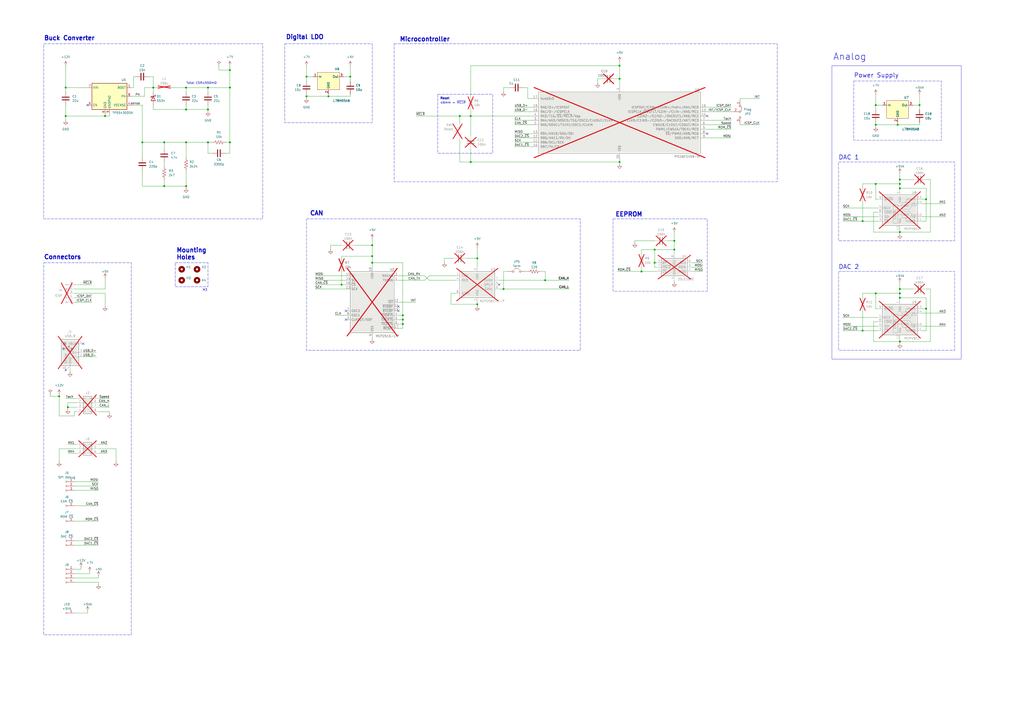
<source format=kicad_sch>
(kicad_sch (version 20250114) (generator "eeschema") (generator_version "9.0")
  (paper "A2")
  (title_block (title "CAN Gauge Interface") (date "2025-10-01") (rev "0.2") (company "Sam Anthony"))
  (rectangle (start 25.4 25.4) (end 152.4 127) (stroke (width 0) (type dash)))
  (rectangle (start 495.3 46.99) (end 546.1 81.28) (stroke (width 0) (type dash)))
  (rectangle (start 355.6 127) (end 410.21 168.91) (stroke (width 0) (type dash)))
  (rectangle (start 101.6 152.3999) (end 120.65 166.3699) (stroke (width 0) (type dash)))
  (rectangle (start 165.1 25.4) (end 215.9 71.12) (stroke (width 0) (type dash)))
  (rectangle (start 254 54.61) (end 285.75 88.9) (stroke (width 0) (type dash)))
  (rectangle (start 486.41 157.48) (end 553.72 203.2) (stroke (width 0) (type dash)))
  (rectangle (start 177.8 127) (end 336.55 203.2) (stroke (width 0) (type dash)))
  (rectangle (start 25.4 152.4) (end 76.2 368.3) (stroke (width 0) (type dash)))
  (rectangle (start 486.41 93.98) (end 553.72 139.7) (stroke (width 0) (type dash)))
  (rectangle (start 228.6 25.4) (end 450.85 105.41) (stroke (width 0) (type dash)))
  (rectangle (start 482.6 38.1) (end 557.53 208.28))
  (text "Connectors" (at 25.4 149.225 0) (effects (font (size 2.54 2.54) (thickness 0.508) (bold yes)) (justify left)))
  (text "Power Supply" (at 495.3 43.815 0) (effects (font (size 2.54 2.54) (thickness 0.254) (bold yes)) (justify left)))
  (text "Buck Converter" (at 25.4 22.225 0) (effects (font (size 2.54 2.54) (thickness 0.508) (bold yes)) (justify left)))
  (text "Total ESR≤550mΩ" (at 107.95 48.26 0) (effects (font (size 1.27 1.27)) (justify left)))
  (text "CAN" (at 179.705 123.825 0) (effects (font (size 2.54 2.54) (thickness 0.508) (bold yes)) (justify left)))
  (text "Reset" (at 255.27 57.15 0) (effects (font (size 1.27 1.27) (thickness 0.254) (bold yes)) (justify left)))
  (text "Mounting\nHoles" (at 102.235 147.3199 0) (effects (font (size 2.54 2.54) (thickness 0.508) (bold yes)) (justify left)))
  (text "M3\n" (at 117.475 168.2749 0) (effects (font (size 1.27 1.27)) (justify left)))
  (text "EEPROM" (at 356.87 124.46 0) (effects (font (size 2.54 2.54) (thickness 0.508) (bold yes)) (justify left)))
  (text "Digital LDO" (at 165.735 21.59 0) (effects (font (size 2.54 2.54) (thickness 0.508) (bold yes)) (justify left)))
  (text "≤6mm ↔ ~{MCLR}" (at 255.27 59.69 0) (effects (font (size 1.27 1.27)) (justify left)))
  (text "DAC 1" (at 486.41 91.44 0) (effects (font (size 2.54 2.54) (thickness 0.254) (bold yes)) (justify left)))
  (text "Microcontroller" (at 231.775 22.86 0) (effects (font (size 2.54 2.54) (thickness 0.508) (bold yes)) (justify left)))
  (text "Analog" (at 483.235 33.02 0) (effects (font (size 3.81 3.81) (thickness 0.254) (bold yes)) (justify left)))
  (text "DAC 2" (at 486.41 154.94 0) (effects (font (size 2.54 2.54) (thickness 0.254) (bold yes)) (justify left)))
  (junction (at 38.1 50.8))
  (junction (at 120.65 50.8))
  (junction (at 39.37 236.22))
  (junction (at 521.97 170.18))
  (junction (at 120.65 63.5))
  (junction (at 521.97 172.72))
  (junction (at 391.16 144.78))
  (junction (at 521.97 104.14))
  (junction (at 233.68 185.42))
  (junction (at 533.4 60.96))
  (junction (at 508 170.18))
  (junction (at 391.16 139.7))
  (junction (at 537.21 115.57))
  (junction (at 60.96 67.31))
  (junction (at 500.38 191.77))
  (junction (at 107.95 82.55))
  (junction (at 34.29 229.87))
  (junction (at 359.41 38.1))
  (junction (at 203.2 44.45))
  (junction (at 107.95 63.5))
  (junction (at 273.05 93.98))
  (junction (at 177.8 55.88))
  (junction (at 233.68 182.88))
  (junction (at 359.41 45.72))
  (junction (at 120.65 82.55))
  (junction (at 266.7 67.31))
  (junction (at 500.38 128.27))
  (junction (at 88.9 50.8))
  (junction (at 521.97 134.62))
  (junction (at 95.25 107.95))
  (junction (at 82.55 82.55))
  (junction (at 38.1 67.31))
  (junction (at 359.41 93.98))
  (junction (at 107.95 107.95))
  (junction (at 215.9 142.24))
  (junction (at 521.97 106.68))
  (junction (at 521.97 198.12))
  (junction (at 537.21 179.07))
  (junction (at 95.25 82.55))
  (junction (at 276.86 176.53))
  (junction (at 133.35 40.64))
  (junction (at 508 60.96))
  (junction (at 215.9 152.4))
  (junction (at 276.86 149.86))
  (junction (at 316.23 162.56))
  (junction (at 379.73 152.4))
  (junction (at 133.35 50.8))
  (junction (at 521.97 167.64))
  (junction (at 372.11 157.48))
  (junction (at 215.9 148.59))
  (junction (at 508 106.68))
  (junction (at 190.5 55.88))
  (junction (at 198.12 165.1))
  (junction (at 508 72.39))
  (junction (at 379.73 144.78))
  (junction (at 133.35 82.55))
  (junction (at 520.7 72.39))
  (junction (at 521.97 109.22))
  (junction (at 177.8 44.45))
  (junction (at 107.95 50.8))
  (junction (at 273.05 67.31))
  (junction (at 233.68 187.96))
  (junction (at 292.1 167.64))
  (no_connect (at 231.14 177.8))
  (no_connect (at 48.26 199.39))
  (no_connect (at 410.21 67.31))
  (no_connect (at 200.66 185.42))
  (no_connect (at 50.8 60.96))
  (no_connect (at 289.56 165.1))
  (no_connect (at 200.66 180.34))
  (no_connect (at 410.21 77.47))
  (no_connect (at 231.14 180.34))
  (no_connect (at 38.1 214.63))
  (wire (pts (xy 231.14 162.56) (xy 246.38 162.56)))
  (wire (pts (xy 203.2 55.88) (xy 203.2 54.61)))
  (wire (pts (xy 215.9 142.24) (xy 215.9 148.59)))
  (wire (pts (xy 506.73 186.69) (xy 509.27 186.69)))
  (wire (pts (xy 292.1 157.48) (xy 294.64 157.48)))
  (wire (pts (xy 44.45 260.35) (xy 34.29 260.35)))
  (wire (pts (xy 48.26 204.47) (xy 55.88 204.47)))
  (wire (pts (xy 233.68 187.96) (xy 233.68 185.42)))
  (wire (pts (xy 506.73 123.19) (xy 509.27 123.19)))
  (wire (pts (xy 231.14 187.96) (xy 233.68 187.96)))
  (wire (pts (xy 289.56 167.64) (xy 292.1 167.64)))
  (wire (pts (xy 273.05 55.88) (xy 273.05 38.1)))
  (wire (pts (xy 266.7 67.31) (xy 266.7 71.12)))
  (wire (pts (xy 521.97 172.72) (xy 521.97 173.99)))
  (wire (pts (xy 215.9 195.58) (xy 215.9 196.85)))
  (wire (pts (xy 60.96 167.64) (xy 60.96 161.29)))
  (wire (pts (xy 266.7 67.31) (xy 273.05 67.31)))
  (wire (pts (xy 381 152.4) (xy 379.73 152.4)))
  (wire (pts (xy 508 71.12) (xy 508 72.39)))
  (wire (pts (xy 38.1 38.1) (xy 38.1 50.8)))
  (wire (pts (xy 262.89 149.86) (xy 257.81 149.86)))
  (wire (pts (xy 508 179.07) (xy 508 170.18)))
  (wire (pts (xy 177.8 55.88) (xy 190.5 55.88)))
  (wire (pts (xy 500.38 191.77) (xy 509.27 191.77)))
  (wire (pts (xy 372.11 144.78) (xy 379.73 144.78)))
  (wire (pts (xy 534.67 128.27) (xy 537.21 128.27)))
  (wire (pts (xy 488.95 184.15) (xy 509.27 184.15)))
  (wire (pts (xy 120.65 50.8) (xy 133.35 50.8)))
  (wire (pts (xy 521.97 196.85) (xy 521.97 198.12)))
  (wire (pts (xy 82.55 91.44) (xy 82.55 82.55)))
  (wire (pts (xy 233.68 185.42) (xy 233.68 182.88)))
  (wire (pts (xy 123.19 82.55) (xy 120.65 82.55)))
  (wire (pts (xy 521.97 198.12) (xy 521.97 199.39)))
  (wire (pts (xy 537.21 172.72) (xy 521.97 172.72)))
  (wire (pts (xy 410.21 64.77) (xy 425.45 64.77)))
  (wire (pts (xy 34.29 241.3) (xy 34.29 229.87)))
  (wire (pts (xy 198.12 165.1) (xy 198.12 157.48)))
  (wire (pts (xy 57.15 260.35) (xy 67.31 260.35)))
  (wire (pts (xy 52.07 332.74) (xy 52.07 331.47)))
  (wire (pts (xy 203.2 46.99) (xy 203.2 44.45)))
  (wire (pts (xy 39.37 236.22) (xy 39.37 237.49)))
  (wire (pts (xy 38.1 50.8) (xy 38.1 53.34)))
  (wire (pts (xy 43.18 293.37) (xy 57.15 293.37)))
  (wire (pts (xy 57.15 233.68) (xy 63.5 233.68)))
  (wire (pts (xy 298.45 82.55) (xy 308.61 82.55)))
  (wire (pts (xy 506.73 134.62) (xy 521.97 134.62)))
  (wire (pts (xy 82.55 60.96) (xy 82.55 82.55)))
  (wire (pts (xy 534.67 181.61) (xy 548.64 181.61)))
  (wire (pts (xy 203.2 44.45) (xy 199.39 44.45)))
  (wire (pts (xy 539.75 134.62) (xy 521.97 134.62)))
  (wire (pts (xy 182.88 165.1) (xy 198.12 165.1)))
  (wire (pts (xy 511.81 60.96) (xy 508 60.96)))
  (wire (pts (xy 43.18 302.26) (xy 57.15 302.26)))
  (wire (pts (xy 429.26 71.12) (xy 429.26 72.39)))
  (wire (pts (xy 95.25 93.98) (xy 95.25 96.52)))
  (wire (pts (xy 509.27 115.57) (xy 508 115.57)))
  (wire (pts (xy 508 72.39) (xy 520.7 72.39)))
  (wire (pts (xy 534.67 118.11) (xy 548.64 118.11)))
  (wire (pts (xy 88.9 63.5) (xy 107.95 63.5)))
  (wire (pts (xy 298.45 69.85) (xy 308.61 69.85)))
  (wire (pts (xy 182.88 160.02) (xy 200.66 160.02)))
  (wire (pts (xy 537.21 109.22) (xy 537.21 115.57)))
  (wire (pts (xy 410.21 62.23) (xy 424.18 62.23)))
  (wire (pts (xy 508 106.68) (xy 521.97 106.68)))
  (wire (pts (xy 410.21 74.93) (xy 424.18 74.93)))
  (wire (pts (xy 508 115.57) (xy 508 106.68)))
  (wire (pts (xy 537.21 172.72) (xy 537.21 179.07)))
  (wire (pts (xy 194.31 182.88) (xy 200.66 182.88)))
  (wire (pts (xy 46.99 330.2) (xy 46.99 328.93)))
  (wire (pts (xy 488.95 189.23) (xy 509.27 189.23)))
  (wire (pts (xy 203.2 38.1) (xy 203.2 44.45)))
  (wire (pts (xy 520.7 72.39) (xy 520.7 71.12)))
  (wire (pts (xy 372.11 147.32) (xy 372.11 144.78)))
  (wire (pts (xy 177.8 54.61) (xy 177.8 55.88)))
  (wire (pts (xy 359.41 45.72) (xy 356.87 45.72)))
  (wire (pts (xy 57.15 236.22) (xy 63.5 236.22)))
  (wire (pts (xy 359.41 49.53) (xy 359.41 45.72)))
  (wire (pts (xy 215.9 148.59) (xy 215.9 152.4)))
  (wire (pts (xy 82.55 107.95) (xy 95.25 107.95)))
  (wire (pts (xy 107.95 82.55) (xy 95.25 82.55)))
  (wire (pts (xy 241.3 67.31) (xy 266.7 67.31)))
  (wire (pts (xy 429.26 58.42) (xy 429.26 57.15)))
  (wire (pts (xy 521.97 167.64) (xy 521.97 170.18)))
  (wire (pts (xy 506.73 134.62) (xy 506.73 123.19)))
  (wire (pts (xy 107.95 82.55) (xy 107.95 91.44)))
  (wire (pts (xy 534.67 189.23) (xy 548.64 189.23)))
  (wire (pts (xy 50.8 355.6) (xy 50.8 354.33)))
  (wire (pts (xy 43.18 165.1) (xy 53.34 165.1)))
  (wire (pts (xy 191.77 142.24) (xy 191.77 144.78)))
  (wire (pts (xy 120.65 82.55) (xy 107.95 82.55)))
  (wire (pts (xy 57.15 238.76) (xy 63.5 238.76)))
  (wire (pts (xy 39.37 236.22) (xy 44.45 236.22)))
  (wire (pts (xy 521.97 163.83) (xy 521.97 167.64)))
  (wire (pts (xy 539.75 167.64) (xy 539.75 198.12)))
  (wire (pts (xy 133.35 50.8) (xy 133.35 82.55)))
  (wire (pts (xy 60.96 170.18) (xy 60.96 177.8)))
  (wire (pts (xy 308.61 57.15) (xy 306.07 57.15)))
  (wire (pts (xy 539.75 104.14) (xy 539.75 134.62)))
  (wire (pts (xy 379.73 154.94) (xy 379.73 152.4)))
  (wire (pts (xy 537.21 109.22) (xy 521.97 109.22)))
  (wire (pts (xy 44.45 233.68) (xy 39.37 233.68)))
  (wire (pts (xy 57.15 337.82) (xy 57.15 339.09)))
  (wire (pts (xy 379.73 144.78) (xy 391.16 144.78)))
  (wire (pts (xy 177.8 55.88) (xy 177.8 57.15)))
  (wire (pts (xy 372.11 157.48) (xy 372.11 154.94)))
  (wire (pts (xy 67.31 260.35) (xy 67.31 267.97)))
  (wire (pts (xy 38.1 67.31) (xy 38.1 69.85)))
  (wire (pts (xy 391.16 139.7) (xy 391.16 144.78)))
  (wire (pts (xy 401.32 157.48) (xy 407.67 157.48)))
  (wire (pts (xy 306.07 50.8) (xy 303.53 50.8)))
  (wire (pts (xy 533.4 54.61) (xy 533.4 60.96)))
  (wire (pts (xy 107.95 50.8) (xy 120.65 50.8)))
  (wire (pts (xy 88.9 44.45) (xy 88.9 50.8)))
  (wire (pts (xy 270.51 149.86) (xy 276.86 149.86)))
  (wire (pts (xy 76.2 60.96) (xy 82.55 60.96)))
  (wire (pts (xy 88.9 60.96) (xy 88.9 63.5)))
  (wire (pts (xy 410.21 80.01) (xy 424.18 80.01)))
  (wire (pts (xy 198.12 149.86) (xy 198.12 148.59)))
  (wire (pts (xy 306.07 57.15) (xy 306.07 50.8)))
  (wire (pts (xy 107.95 63.5) (xy 120.65 63.5)))
  (wire (pts (xy 429.26 57.15) (xy 440.69 57.15)))
  (wire (pts (xy 190.5 55.88) (xy 190.5 54.61)))
  (wire (pts (xy 292.1 50.8) (xy 292.1 53.34)))
  (wire (pts (xy 57.15 262.89) (xy 62.23 262.89)))
  (wire (pts (xy 500.38 106.68) (xy 508 106.68)))
  (wire (pts (xy 99.06 50.8) (xy 107.95 50.8)))
  (wire (pts (xy 44.45 238.76) (xy 43.18 238.76)))
  (wire (pts (xy 107.95 60.96) (xy 107.95 63.5)))
  (wire (pts (xy 88.9 53.34) (xy 88.9 50.8)))
  (wire (pts (xy 257.81 149.86) (xy 257.81 152.4)))
  (wire (pts (xy 316.23 157.48) (xy 316.23 162.56)))
  (wire (pts (xy 39.37 257.81) (xy 44.45 257.81)))
  (wire (pts (xy 120.65 82.55) (xy 120.65 88.9)))
  (wire (pts (xy 43.18 335.28) (xy 57.15 335.28)))
  (wire (pts (xy 298.45 80.01) (xy 308.61 80.01)))
  (wire (pts (xy 107.95 107.95) (xy 107.95 109.22)))
  (wire (pts (xy 63.5 238.76) (xy 63.5 240.03)))
  (wire (pts (xy 133.35 82.55) (xy 133.35 88.9)))
  (wire (pts (xy 233.68 152.4) (xy 233.68 182.88)))
  (wire (pts (xy 298.45 85.09) (xy 308.61 85.09)))
  (wire (pts (xy 95.25 107.95) (xy 107.95 107.95)))
  (wire (pts (xy 43.18 316.23) (xy 57.15 316.23)))
  (wire (pts (xy 127 40.64) (xy 133.35 40.64)))
  (wire (pts (xy 233.68 152.4) (xy 215.9 152.4)))
  (wire (pts (xy 120.65 50.8) (xy 120.65 53.34)))
  (wire (pts (xy 521.97 109.22) (xy 521.97 110.49)))
  (wire (pts (xy 298.45 77.47) (xy 308.61 77.47)))
  (wire (pts (xy 200.66 165.1) (xy 198.12 165.1)))
  (wire (pts (xy 316.23 162.56) (xy 330.2 162.56)))
  (wire (pts (xy 539.75 198.12) (xy 521.97 198.12)))
  (wire (pts (xy 198.12 148.59) (xy 215.9 148.59)))
  (wire (pts (xy 29.21 228.6) (xy 29.21 229.87)))
  (wire (pts (xy 120.65 63.5) (xy 120.65 60.96)))
  (wire (pts (xy 298.45 72.39) (xy 308.61 72.39)))
  (wire (pts (xy 107.95 107.95) (xy 107.95 99.06)))
  (wire (pts (xy 177.8 38.1) (xy 177.8 44.45)))
  (wire (pts (xy 537.21 179.07) (xy 537.21 191.77)))
  (wire (pts (xy 521.97 100.33) (xy 521.97 104.14)))
  (wire (pts (xy 231.14 190.5) (xy 233.68 190.5)))
  (wire (pts (xy 29.21 229.87) (xy 34.29 229.87)))
  (wire (pts (xy 304.8 157.48) (xy 306.07 157.48)))
  (wire (pts (xy 358.14 157.48) (xy 372.11 157.48)))
  (wire (pts (xy 107.95 50.8) (xy 107.95 53.34)))
  (wire (pts (xy 506.73 198.12) (xy 521.97 198.12)))
  (wire (pts (xy 295.91 50.8) (xy 292.1 50.8)))
  (wire (pts (xy 521.97 104.14) (xy 529.59 104.14)))
  (wire (pts (xy 43.18 284.48) (xy 57.15 284.48)))
  (wire (pts (xy 43.18 281.94) (xy 57.15 281.94)))
  (wire (pts (xy 521.97 170.18) (xy 521.97 172.72)))
  (wire (pts (xy 500.38 172.72) (xy 500.38 170.18)))
  (wire (pts (xy 43.18 238.76) (xy 43.18 241.3)))
  (wire (pts (xy 57.15 231.14) (xy 63.5 231.14)))
  (wire (pts (xy 60.96 67.31) (xy 60.96 66.04)))
  (wire (pts (xy 43.18 241.3) (xy 34.29 241.3)))
  (wire (pts (xy 133.35 40.64) (xy 133.35 50.8)))
  (wire (pts (xy 82.55 82.55) (xy 95.25 82.55)))
  (wire (pts (xy 534.67 179.07) (xy 537.21 179.07)))
  (wire (pts (xy 500.38 170.18) (xy 508 170.18)))
  (wire (pts (xy 298.45 64.77) (xy 308.61 64.77)))
  (wire (pts (xy 500.38 128.27) (xy 509.27 128.27)))
  (wire (pts (xy 359.41 38.1) (xy 359.41 45.72)))
  (wire (pts (xy 401.32 154.94) (xy 407.67 154.94)))
  (wire (pts (xy 120.65 63.5) (xy 120.65 64.77)))
  (wire (pts (xy 521.97 106.68) (xy 521.97 109.22)))
  (wire (pts (xy 57.15 257.81) (xy 62.23 257.81)))
  (wire (pts (xy 359.41 93.98) (xy 359.41 95.25)))
  (wire (pts (xy 273.05 93.98) (xy 273.05 86.36)))
  (wire (pts (xy 76.2 50.8) (xy 77.47 50.8)))
  (wire (pts (xy 508 170.18) (xy 521.97 170.18)))
  (wire (pts (xy 276.86 176.53) (xy 276.86 177.8)))
  (wire (pts (xy 248.92 160.02) (xy 246.38 162.56)))
  (wire (pts (xy 273.05 93.98) (xy 266.7 93.98)))
  (wire (pts (xy 38.1 60.96) (xy 38.1 67.31)))
  (wire (pts (xy 43.18 332.74) (xy 52.07 332.74)))
  (wire (pts (xy 57.15 335.28) (xy 57.15 334.01)))
  (wire (pts (xy 39.37 233.68) (xy 39.37 236.22)))
  (wire (pts (xy 500.38 116.84) (xy 500.38 128.27)))
  (wire (pts (xy 346.71 45.72) (xy 349.25 45.72)))
  (wire (pts (xy 391.16 162.56) (xy 391.16 163.83)))
  (wire (pts (xy 34.29 260.35) (xy 34.29 267.97)))
  (wire (pts (xy 38.1 231.14) (xy 44.45 231.14)))
  (wire (pts (xy 231.14 182.88) (xy 233.68 182.88)))
  (wire (pts (xy 130.81 82.55) (xy 133.35 82.55)))
  (wire (pts (xy 391.16 144.78) (xy 391.16 147.32)))
  (wire (pts (xy 379.73 144.78) (xy 379.73 152.4)))
  (wire (pts (xy 266.7 93.98) (xy 266.7 81.28)))
  (wire (pts (xy 88.9 50.8) (xy 91.44 50.8)))
  (wire (pts (xy 521.97 134.62) (xy 521.97 135.89)))
  (wire (pts (xy 43.18 337.82) (xy 57.15 337.82)))
  (wire (pts (xy 508 60.96) (xy 508 63.5)))
  (wire (pts (xy 313.69 157.48) (xy 316.23 157.48)))
  (wire (pts (xy 488.95 191.77) (xy 500.38 191.77)))
  (wire (pts (xy 276.86 175.26) (xy 276.86 176.53)))
  (wire (pts (xy 43.18 313.69) (xy 57.15 313.69)))
  (wire (pts (xy 63.5 66.04) (xy 63.5 67.31)))
  (wire (pts (xy 508 72.39) (xy 508 73.66)))
  (wire (pts (xy 506.73 198.12) (xy 506.73 186.69)))
  (wire (pts (xy 429.26 72.39) (xy 440.69 72.39)))
  (wire (pts (xy 292.1 167.64) (xy 292.1 157.48)))
  (wire (pts (xy 508 54.61) (xy 508 60.96)))
  (wire (pts (xy 182.88 167.64) (xy 200.66 167.64)))
  (wire (pts (xy 43.18 355.6) (xy 50.8 355.6)))
  (wire (pts (xy 133.35 88.9) (xy 130.81 88.9)))
  (wire (pts (xy 387.35 139.7) (xy 391.16 139.7)))
  (wire (pts (xy 410.21 72.39) (xy 424.18 72.39)))
  (wire (pts (xy 391.16 134.62) (xy 391.16 139.7)))
  (wire (pts (xy 537.21 104.14) (xy 539.75 104.14)))
  (wire (pts (xy 273.05 67.31) (xy 308.61 67.31)))
  (wire (pts (xy 198.12 142.24) (xy 191.77 142.24)))
  (wire (pts (xy 261.62 170.18) (xy 264.16 170.18)))
  (wire (pts (xy 215.9 138.43) (xy 215.9 142.24)))
  (wire (pts (xy 273.05 38.1) (xy 359.41 38.1)))
  (wire (pts (xy 521.97 104.14) (xy 521.97 106.68)))
  (wire (pts (xy 43.18 167.64) (xy 60.96 167.64)))
  (wire (pts (xy 534.67 115.57) (xy 537.21 115.57)))
  (wire (pts (xy 289.56 162.56) (xy 316.23 162.56)))
  (wire (pts (xy 359.41 92.71) (xy 359.41 93.98)))
  (wire (pts (xy 95.25 104.14) (xy 95.25 107.95)))
  (wire (pts (xy 77.47 44.45) (xy 78.74 44.45)))
  (wire (pts (xy 77.47 50.8) (xy 77.47 44.45)))
  (wire (pts (xy 133.35 38.1) (xy 133.35 40.64)))
  (wire (pts (xy 83.82 50.8) (xy 88.9 50.8)))
  (wire (pts (xy 533.4 72.39) (xy 533.4 71.12)))
  (wire (pts (xy 76.2 55.88) (xy 83.82 55.88)))
  (wire (pts (xy 82.55 99.06) (xy 82.55 107.95)))
  (wire (pts (xy 43.18 170.18) (xy 60.96 170.18)))
  (wire (pts (xy 177.8 44.45) (xy 177.8 46.99)))
  (wire (pts (xy 120.65 88.9) (xy 123.19 88.9)))
  (wire (pts (xy 215.9 152.4) (xy 215.9 154.94)))
  (wire (pts (xy 401.32 152.4) (xy 407.67 152.4)))
  (wire (pts (xy 190.5 55.88) (xy 203.2 55.88)))
  (wire (pts (xy 48.26 207.01) (xy 55.88 207.01)))
  (wire (pts (xy 410.21 69.85) (xy 424.18 69.85)))
  (wire (pts (xy 261.62 176.53) (xy 261.62 170.18)))
  (wire (pts (xy 34.29 229.87) (xy 34.29 228.6)))
  (wire (pts (xy 63.5 67.31) (xy 60.96 67.31)))
  (wire (pts (xy 43.18 175.26) (xy 53.34 175.26)))
  (wire (pts (xy 181.61 44.45) (xy 177.8 44.45)))
  (wire (pts (xy 381 154.94) (xy 379.73 154.94)))
  (wire (pts (xy 534.67 125.73) (xy 548.64 125.73)))
  (wire (pts (xy 205.74 142.24) (xy 215.9 142.24)))
  (wire (pts (xy 231.14 160.02) (xy 246.38 160.02)))
  (wire (pts (xy 500.38 109.22) (xy 500.38 106.68)))
  (wire (pts (xy 500.38 180.34) (xy 500.38 191.77)))
  (wire (pts (xy 276.86 176.53) (xy 261.62 176.53)))
  (wire (pts (xy 40.64 214.63) (xy 40.64 215.9)))
  (wire (pts (xy 346.71 48.26) (xy 346.71 45.72)))
  (wire (pts (xy 534.67 191.77) (xy 537.21 191.77)))
  (wire (pts (xy 43.18 279.4) (xy 57.15 279.4)))
  (wire (pts (xy 488.95 128.27) (xy 500.38 128.27)))
  (wire (pts (xy 368.3 139.7) (xy 368.3 140.97)))
  (wire (pts (xy 60.96 67.31) (xy 38.1 67.31)))
  (wire (pts (xy 368.3 139.7) (xy 379.73 139.7)))
  (wire (pts (xy 38.1 50.8) (xy 50.8 50.8)))
  (wire (pts (xy 509.27 179.07) (xy 508 179.07)))
  (wire (pts (xy 359.41 35.56) (xy 359.41 38.1)))
  (wire (pts (xy 276.86 143.51) (xy 276.86 149.86)))
  (wire (pts (xy 381 157.48) (xy 372.11 157.48)))
  (wire (pts (xy 83.82 55.88) (xy 83.82 50.8)))
  (wire (pts (xy 233.68 190.5) (xy 233.68 187.96)))
  (wire (pts (xy 537.21 167.64) (xy 539.75 167.64)))
  (wire (pts (xy 521.97 167.64) (xy 529.59 167.64)))
  (wire (pts (xy 488.95 125.73) (xy 509.27 125.73)))
  (wire (pts (xy 292.1 167.64) (xy 330.2 167.64)))
  (wire (pts (xy 231.14 175.26) (xy 241.3 175.26)))
  (wire (pts (xy 39.37 262.89) (xy 44.45 262.89)))
  (wire (pts (xy 231.14 185.42) (xy 233.68 185.42)))
  (wire (pts (xy 521.97 133.35) (xy 521.97 134.62)))
  (wire (pts (xy 298.45 62.23) (xy 308.61 62.23)))
  (wire (pts (xy 248.92 162.56) (xy 264.16 162.56)))
  (wire (pts (xy 488.95 120.65) (xy 509.27 120.65)))
  (wire (pts (xy 182.88 162.56) (xy 200.66 162.56)))
  (wire (pts (xy 533.4 63.5) (xy 533.4 60.96)))
  (wire (pts (xy 248.92 160.02) (xy 264.16 160.02)))
  (wire (pts (xy 246.38 160.02) (xy 248.92 162.56)))
  (wire (pts (xy 43.18 330.2) (xy 46.99 330.2)))
  (wire (pts (xy 273.05 67.31) (xy 273.05 78.74)))
  (wire (pts (xy 537.21 115.57) (xy 537.21 128.27)))
  (wire (pts (xy 273.05 63.5) (xy 273.05 67.31)))
  (wire (pts (xy 43.18 172.72) (xy 53.34 172.72)))
  (wire (pts (xy 127 38.1) (xy 127 40.64)))
  (wire (pts (xy 86.36 44.45) (xy 88.9 44.45)))
  (wire (pts (xy 359.41 93.98) (xy 273.05 93.98)))
  (wire (pts (xy 520.7 72.39) (xy 533.4 72.39)))
  (wire (pts (xy 276.86 149.86) (xy 276.86 154.94)))
  (wire (pts (xy 95.25 82.55) (xy 95.25 86.36)))
  (wire (pts (xy 533.4 60.96) (xy 529.59 60.96)))
  (label "DAC1_~{CS}" (at 488.95 128.27 0))
  (label "MISO" (at 57.15 284.48 180))
  (label "CAN_H" (at 330.2 162.56 180) (effects (font (thickness 0.254) (bold yes))))
  (label "SCK" (at 407.67 152.4 180) (effects (font (thickness 0.1588))))
  (label "Speed" (at 63.5 231.14 180) (effects (font (thickness 0.1588))))
  (label "CLK" (at 298.45 69.85 0))
  (label "MOSI" (at 424.18 80.01 180) (effects (font (thickness 0.1588))))
  (label "ICSP_DAT" (at 424.18 62.23 180))
  (label "CAN_L" (at 63.5 236.22 180))
  (label "ROM_~{CS}" (at 358.14 157.48 0) (effects (font (thickness 0.1588))))
  (label "MOSI" (at 182.88 160.02 0) (effects (font (thickness 0.1588))))
  (label "DAC1_~{CS}" (at 298.45 85.09 0))
  (label "AN3" (at 62.23 262.89 180) (effects (font (thickness 0.1588))))
  (label "Speed" (at 424.18 72.39 180))
  (label "AN1" (at 548.64 118.11 180))
  (label "CAN_~{CS}" (at 298.45 72.39 0))
  (label "CAN_~{CS}" (at 57.15 293.37 180))
  (label "sense" (at 81.28 60.96 180))
  (label "INT" (at 440.69 57.15 180))
  (label "CLK" (at 194.31 182.88 0))
  (label "MISO" (at 407.67 157.48 180) (effects (font (thickness 0.1588))))
  (label "INT" (at 241.3 175.26 180) (effects (font (thickness 0.1588))))
  (label "MOSI" (at 407.67 154.94 180) (effects (font (thickness 0.1588))))
  (label "ICSP_CLK" (at 53.34 175.26 180))
  (label "AN2" (at 62.23 257.81 180) (effects (font (thickness 0.1588))))
  (label "SCK" (at 298.45 82.55 0) (effects (font (thickness 0.1588))))
  (label "Tach" (at 38.1 231.14 0) (effects (font (thickness 0.1588))))
  (label "CAN_~{CS}" (at 182.88 165.1 0) (effects (font (thickness 0.1588))))
  (label "ICSP_CLK" (at 440.69 72.39 180))
  (label "USB_D+" (at 298.45 62.23 0))
  (label "SCK" (at 488.95 184.15 0) (effects (font (thickness 0.1588))))
  (label "ROM_~{CS}" (at 57.15 302.26 180))
  (label "AN1" (at 39.37 257.81 0) (effects (font (thickness 0.1588))))
  (label "DAC2_~{CS}" (at 298.45 80.01 0))
  (label "USB_D-" (at 298.45 64.77 0))
  (label "INT{slash}ICSP_CLK" (at 424.18 64.77 180))
  (label "SCK" (at 57.15 281.94 180))
  (label "AN4" (at 39.37 262.89 0) (effects (font (thickness 0.1588))))
  (label "MOSI" (at 488.95 125.73 0))
  (label "PH" (at 81.28 55.88 180))
  (label "AN4" (at 548.64 189.23 180))
  (label "MISO" (at 182.88 162.56 0) (effects (font (thickness 0.1588))))
  (label "DAC1_~{CS}" (at 57.15 316.23 180))
  (label "MOSI" (at 57.15 279.4 180))
  (label "AN3" (at 548.64 181.61 180))
  (label "DAC2_~{CS}" (at 57.15 313.69 180))
  (label "USB_D-" (at 55.88 207.01 180))
  (label "AN2" (at 548.64 125.73 180))
  (label "USB_D+" (at 55.88 204.47 180))
  (label "SCK" (at 182.88 167.64 0) (effects (font (thickness 0.1588))))
  (label "Tach" (at 424.18 69.85 180))
  (label "ROM_~{CS}" (at 424.18 74.93 180))
  (label "ICSP_DAT" (at 53.34 172.72 180))
  (label "CAN_RX" (at 243.84 160.02 180))
  (label "~{MCLR}" (at 53.34 165.1 180))
  (label "MISO" (at 298.45 77.47 0) (effects (font (thickness 0.1588))))
  (label "~{MCLR}" (at 241.3 67.31 0))
  (label "MOSI" (at 488.95 189.23 0))
  (label "CAN_L" (at 330.2 167.64 180) (effects (font (thickness 0.254) (bold yes))))
  (label "SCK" (at 488.95 120.65 0) (effects (font (thickness 0.1588))))
  (label "DAC2_~{CS}" (at 488.95 191.77 0))
  (label "CAN_TX" (at 243.84 162.56 180))
  (label "CAN_H" (at 63.5 233.68 180) (effects (font (thickness 0.1588))))
  (symbol (lib_id "power:GND") (at 107.95 109.22 0) (unit 1)
    (property "Reference" "#PWR012" (effects (hide yes)))
    (property "Value" "GND" (at 107.95 114.3 0))
    (property "Description" "Power symbol creates a global label with name \"GND\" , ground" (effects (hide yes)))
  )
  (symbol (lib_id "power:GND") (at 215.9 196.85 0) (unit 1)
    (property "Reference" "#PWR028" (effects (hide yes)))
    (property "Value" "GND" (effects (hide yes)))
    (property "Description" "Power symbol creates a global label with name \"GND\" , ground" (effects (hide yes)))
  )
  (symbol (lib_id "Device:C") (at 107.95 57.15 0) (unit 1)
    (property "Reference" "C3" (at 111.125 55.88 0) (effects (justify left)))
    (property "Value" "22u" (at 111.125 58.42 0) (effects (justify left)))
    (property "Footprint" "Capacitor_SMD:C_1206_3216Metric" (effects (hide yes)))
    (property "Description" "Unpolarized capacitor" (effects (hide yes)))
  )
  (symbol (lib_id "power:GND") (at 120.65 64.77 0) (unit 1)
    (property "Reference" "#PWR04" (effects (hide yes)))
    (property "Value" "GND" (at 120.65 69.85 0))
    (property "Description" "Power symbol creates a global label with name \"GND\" , ground" (effects (hide yes)))
  )
  (symbol (lib_id "Device:C") (at 95.25 90.17 0) (unit 1)
    (property "Reference" "C7" (at 99.06 88.8999 0) (effects (justify left)))
    (property "Value" "47n" (at 99.06 91.4399 0) (effects (justify left)))
    (property "Footprint" "Capacitor_SMD:C_0805_2012Metric" (effects (hide yes)))
    (property "Description" "Unpolarized capacitor" (effects (hide yes)))
  )
  (symbol (lib_id "power:GND") (at 57.15 339.09 0) (unit 1)
    (property "Reference" "#PWR039" (effects (hide yes)))
    (property "Value" "GND" (effects (hide yes)))
    (property "Description" "Power symbol creates a global label with name \"GND\" , ground" (effects (hide yes)))
  )
  (symbol (lib_id "power:+7.5V") (at 52.07 331.47 0) (unit 1)
    (property "Reference" "#PWR013" (effects (hide yes)))
    (property "Value" "+7V" (at 52.07 326.39 0))
    (property "Description" "Power symbol creates a global label with name \"+7.5V\"" (effects (hide yes)))
  )
  (symbol (lib_id "power:+12V") (at 34.29 228.6 0) (unit 1)
    (property "Reference" "#PWR029" (effects (hide yes)))
    (property "Value" "+12V" (at 34.29 223.52 0))
    (property "Description" "Power symbol creates a global label with name \"+12V\"" (effects (hide yes)))
  )
  (symbol (lib_id "power:GND") (at 508 73.66 0) (unit 1)
    (property "Reference" "#PWR046" (effects (hide yes)))
    (property "Value" "GND" (at 508 78.74 0))
    (property "Description" "Power symbol creates a global label with name \"GND\" , ground" (effects (hide yes)))
  )
  (symbol (lib_id "power:GND") (at 63.5 240.03 0) (unit 1)
    (property "Reference" "#PWR033" (effects (hide yes)))
    (property "Value" "GND" (effects (hide yes)))
    (property "Description" "Power symbol creates a global label with name \"GND\" , ground" (effects (hide yes)))
  )
  (symbol (lib_id "power:+5V") (at 203.2 38.1 0) (unit 1)
    (property "Reference" "#PWR044" (effects (hide yes)))
    (property "Value" "+5V" (at 203.2 33.02 0))
    (property "Description" "Power symbol creates a global label with name \"+5V\"" (effects (hide yes)))
  )
  (symbol (lib_id "Device:C") (at 383.54 139.7 90) (unit 1) (dnp yes)
    (property "Reference" "C15" (at 383.54 133.35 90))
    (property "Value" "100n" (at 383.54 135.89 90))
    (property "Footprint" "Capacitor_THT:C_Disc_D5.0mm_W2.5mm_P2.50mm" (effects (hide yes)))
    (property "Description" "Unpolarized capacitor" (effects (hide yes)))
  )
  (symbol (lib_id "power:+7.5V") (at 177.8 38.1 0) (unit 1)
    (property "Reference" "#PWR043" (effects (hide yes)))
    (property "Value" "+7V" (at 177.8 33.02 0))
    (property "Description" "Power symbol creates a global label with name \"+7.5V\"" (effects (hide yes)))
  )
  (symbol (lib_id "Device:C") (at 266.7 149.86 90) (unit 1) (dnp yes)
    (property "Reference" "C14" (at 266.7 143.51 90))
    (property "Value" "100n" (at 266.7 146.05 90))
    (property "Footprint" "Capacitor_THT:C_Disc_D5.0mm_W2.5mm_P2.50mm" (effects (hide yes)))
    (property "Description" "Unpolarized capacitor" (effects (hide yes)))
  )
  (symbol (lib_id "Device:C") (at 38.1 57.15 0) (unit 1)
    (property "Reference" "C1" (at 41.91 55.8799 0) (effects (justify left)))
    (property "Value" "22u" (at 41.91 58.4199 0) (effects (justify left)))
    (property "Footprint" "Capacitor_SMD:C_1206_3216Metric" (effects (hide yes)))
    (property "Description" "Unpolarized capacitor" (effects (hide yes)))
  )
  (symbol (lib_id "Regulator_Switching:TPS5430DDA") (at 63.5 55.88 0) (unit 1)
    (property "Reference" "U5" (at 71.755 46.355 0))
    (property "Value" "TPS5430DDA" (at 71.12 65.405 0))
    (property "Footprint" "Package_SO:TI_SO-PowerPAD-8" (effects (hide yes)))
    (property "Datasheet" "http://www.ti.com/lit/ds/symlink/tps5430.pdf" (effects (hide yes)))
    (property "Description" "3A, Step Down Swift Converter, Adjustable Output Voltage, 5.5-36V Input Voltage, PowerSO-8" (effects (hide yes)))
  )
  (symbol (lib_id "Memory_EEPROM:25LCxxx") (at 391.16 154.94 0) (unit 1) (dnp yes)
    (property "Reference" "U4" (at 395.605 148.59 0) (effects (justify left)))
    (property "Value" "25LC160C" (at 393.065 161.925 0) (effects (justify left)))
    (property "Footprint" "Package_DIP:DIP-8_W7.62mm" (effects (hide yes)))
    (property "Datasheet" "http://ww1.microchip.com/downloads/en/DeviceDoc/21832H.pdf" (effects (hide yes)))
    (property "Description" "SPI Serial EEPROM, DIP-8/SOIC-8/TSSOP-8" (effects (hide yes)))
  )
  (symbol (lib_id "Jumper:Jumper_3_Bridged12") (at 429.26 64.77 270) (unit 1)
    (property "Reference" "JP2" (at 433.705 66.04 90))
    (property "Value" "Prog" (at 433.705 63.5 90))
    (property "Footprint" "Connector_PinSocket_2.54mm:PinSocket_1x03_P2.54mm_Vertical" (effects (hide yes)))
    (property "Description" "Jumper, 3-pole, pins 1+2 closed/bridged" (effects (hide yes)))
  )
  (symbol (lib_id "power:GND") (at 521.97 135.89 0) (unit 1)
    (property "Reference" "#PWR017" (effects (hide yes)))
    (property "Value" "GND" (effects (hide yes)))
    (property "Description" "Power symbol creates a global label with name \"GND\" , ground" (effects (hide yes)))
  )
  (symbol (lib_id "power:GND") (at 521.97 199.39 0) (unit 1)
    (property "Reference" "#PWR019" (effects (hide yes)))
    (property "Value" "GND" (effects (hide yes)))
    (property "Description" "Power symbol creates a global label with name \"GND\" , ground" (effects (hide yes)))
  )
  (symbol (lib_id "power:GND") (at 359.41 95.25 0) (unit 1)
    (property "Reference" "#PWR01" (effects (hide yes)))
    (property "Value" "GND" (effects (hide yes)))
    (property "Description" "Power symbol creates a global label with name \"GND\" , ground" (effects (hide yes)))
  )
  (symbol (lib_id "Device:R_US") (at 198.12 153.67 0) (unit 1) (dnp yes)
    (property "Reference" "R7" (at 200.025 152.4 0) (effects (justify left)))
    (property "Value" "10k" (at 200.025 154.94 0) (effects (justify left)))
    (property "Footprint" "Resistor_THT:R_Axial_DIN0207_L6.3mm_D2.5mm_P7.62mm_Horizontal" (effects (hide yes)))
    (property "Description" "Resistor, US symbol" (effects (hide yes)))
  )
  (symbol (lib_id "Device:R_US") (at 372.11 151.13 0) (unit 1) (dnp yes)
    (property "Reference" "R9" (at 374.015 149.86 0) (effects (justify left)))
    (property "Value" "10k" (at 374.015 152.4 0) (effects (justify left)))
    (property "Footprint" "Resistor_THT:R_Axial_DIN0207_L6.3mm_D2.5mm_P7.62mm_Horizontal" (effects (hide yes)))
    (property "Description" "Resistor, US symbol" (effects (hide yes)))
  )
  (symbol (lib_id "Mechanical:MountingHole") (at 105.41 156.2099 0) (unit 1) (exclude_from_sim yes) (in_bom no)
    (property "Reference" "H1" (at 107.95 154.9398 0) (effects (justify left)))
    (property "Value" "MountingHole" (effects (hide yes)))
    (property "Footprint" "MountingHole:MountingHole_3.2mm_M3_DIN965" (effects (hide yes)))
    (property "Description" "Mounting Hole without connection" (effects (hide yes)))
  )
  (symbol (lib_id "power:GND") (at 67.31 267.97 0) (unit 1)
    (property "Reference" "#PWR035" (effects (hide yes)))
    (property "Value" "GND" (effects (hide yes)))
    (property "Description" "Power symbol creates a global label with name \"GND\" , ground" (effects (hide yes)))
  )
  (symbol (lib_id "Device:C") (at 120.65 57.15 0) (unit 1)
    (property "Reference" "C5" (at 123.825 55.88 0) (effects (justify left)))
    (property "Value" "22u" (at 123.825 58.42 0) (effects (justify left)))
    (property "Footprint" "Capacitor_SMD:C_1206_3216Metric" (effects (hide yes)))
    (property "Description" "Unpolarized capacitor" (effects (hide yes)))
  )
  (symbol (lib_id "Device:C") (at 201.93 142.24 90) (unit 1) (dnp yes)
    (property "Reference" "C13" (at 201.93 135.89 90))
    (property "Value" "100n" (at 201.93 138.43 90))
    (property "Footprint" "Capacitor_THT:C_Disc_D5.0mm_W2.5mm_P2.50mm" (effects (hide yes)))
    (property "Description" "Unpolarized capacitor" (effects (hide yes)))
  )
  (symbol (lib_id "power:GND") (at 177.8 57.15 0) (unit 1)
    (property "Reference" "#PWR042" (effects (hide yes)))
    (property "Value" "GND" (at 177.8 62.23 0))
    (property "Description" "Power symbol creates a global label with name \"GND\" , ground" (effects (hide yes)))
  )
  (symbol (lib_id "Device:C") (at 82.55 95.25 0) (unit 1)
    (property "Reference" "C4" (at 86.36 93.9799 0) (effects (justify left)))
    (property "Value" "220p" (at 86.36 96.5199 0) (effects (justify left)))
    (property "Footprint" "Capacitor_SMD:C_0603_1608Metric" (effects (hide yes)))
    (property "Description" "Unpolarized capacitor" (effects (hide yes)))
  )
  (symbol (lib_id "Connector:Conn_01x04_Socket") (at 38.1 332.74 0) (mirror y) (unit 1)
    (property "Reference" "J9" (at 38.735 327.66 0))
    (property "Value" "Conn_01x04_Socket" (effects (hide yes)))
    (property "Footprint" "Connector_PinSocket_2.54mm:PinSocket_1x04_P2.54mm_Vertical" (effects (hide yes)))
    (property "Description" "Generic connector, single row, 01x04, script generated" (effects (hide yes)))
  )
  (symbol (lib_id "Device:C") (at 508 67.31 0) (unit 1)
    (property "Reference" "C18" (at 504.825 66.04 0) (effects (justify right)))
    (property "Value" "10u" (at 504.825 68.58 0) (effects (justify right)))
    (property "Footprint" "Capacitor_SMD:C_1206_3216Metric" (effects (hide yes)))
    (property "Description" "Unpolarized capacitor" (effects (hide yes)))
  )
  (symbol (lib_id "Connector_Generic:Conn_02x04_Top_Bottom") (at 49.53 233.68 0) (unit 1) (dnp yes)
    (property "Reference" "J2" (at 50.8 227.965 0))
    (property "Value" "Conn_02x04_Top_Bottom" (effects (hide yes)))
    (property "Footprint" "footprints:Molex_Mini-Fit_Jr_5569-08A2_2x04_P4.20mm_Horizontal" (effects (hide yes)))
    (property "Datasheet" "https://www.molex.com/en-us/products/part-detail/39300080?display=pdf" (effects (hide yes)))
    (property "Description" "Generic connector, double row, 02x04, top/bottom pin numbering scheme (row 1: 1...pins_per_row, row2: pins_per_row+1 ... num_pins), script generated (kicad-library-utils/schlib/autogen/connector/)" (effects (hide yes)))
  )
  (symbol (lib_id "power:GND") (at 38.1 69.85 0) (unit 1)
    (property "Reference" "#PWR06" (effects (hide yes)))
    (property "Value" "GND" (at 38.1 74.93 0))
    (property "Description" "Power symbol creates a global label with name \"GND\" , ground" (effects (hide yes)))
  )
  (symbol (lib_id "Device:C") (at 273.05 82.55 0) (unit 1) (dnp yes)
    (property "Reference" "C12" (at 276.86 81.2799 0) (effects (justify left)))
    (property "Value" "100n" (at 276.86 83.8199 0) (effects (justify left)))
    (property "Footprint" "Capacitor_THT:C_Disc_D5.0mm_W2.5mm_P2.50mm" (effects (hide yes)))
    (property "Description" "Unpolarized capacitor" (effects (hide yes)))
  )
  (symbol (lib_id "Device:R_US") (at 127 82.55 90) (unit 1)
    (property "Reference" "R1" (at 127 76.835 90))
    (property "Value" "10k" (at 127 79.375 90))
    (property "Footprint" "Resistor_SMD:R_0805_2012Metric" (effects (hide yes)))
    (property "Description" "Resistor, US symbol" (effects (hide yes)))
  )
  (symbol (lib_id "Device:C") (at 533.4 167.64 90) (unit 1) (dnp yes)
    (property "Reference" "C17" (at 533.4 161.29 90))
    (property "Value" "100n" (at 533.4 163.83 90))
    (property "Footprint" "Capacitor_THT:C_Disc_D5.0mm_W2.5mm_P2.50mm" (effects (hide yes)))
    (property "Description" "Unpolarized capacitor" (effects (hide yes)))
  )
  (symbol (lib_id "power:+5VA") (at 533.4 54.61 0) (mirror y) (unit 1)
    (property "Reference" "#PWR022" (effects (hide yes)))
    (property "Value" "+5VA" (at 533.4 50.8 0))
    (property "Description" "Power symbol creates a global label with name \"+5VA\"" (effects (hide yes)))
  )
  (symbol (lib_id "Analog_DAC:MCP4912") (at 521.97 120.65 0) (unit 1) (dnp yes)
    (property "Reference" "U8" (at 528.955 111.76 0) (effects (justify left)))
    (property "Value" "MCP4912" (at 524.51 132.715 0) (effects (justify left)))
    (property "Footprint" "Package_DIP:DIP-14_W7.62mm" (effects (hide yes)))
    (property "Datasheet" "http://ww1.microchip.com/downloads/en/DeviceDoc/22250A.pdf" (effects (hide yes)))
    (property "Description" "2-Channel 10-Bit D/A Converters with SPI Interface" (effects (hide yes)))
  )
  (symbol (lib_id "Device:D_Schottky") (at 88.9 57.15 270) (unit 1)
    (property "Reference" "D1" (at 90.805 55.88 90) (effects (justify left)))
    (property "Value" "SS34" (at 90.805 58.42 90) (effects (justify left)))
    (property "Footprint" "Diode_SMD:D_SMA" (effects (hide yes)))
    (property "Description" "Schottky diode" (effects (hide yes)))
  )
  (symbol (lib_id "Connector:Conn_01x01_Socket") (at 38.1 293.37 0) (mirror y) (unit 1)
    (property "Reference" "J6" (at 38.735 288.29 0))
    (property "Value" "CAN ~{CS}" (at 38.735 290.83 0))
    (property "Footprint" "Connector_PinSocket_2.54mm:PinSocket_1x01_P2.54mm_Vertical" (effects (hide yes)))
    (property "Description" "Generic connector, single row, 01x01, script generated" (effects (hide yes)))
  )
  (symbol (lib_id "Connector:USB_B") (at 40.64 204.47 0) (unit 1) (dnp yes)
    (property "Reference" "J1" (at 40.64 192.405 0))
    (property "Value" "USB_B" (at 40.64 194.945 0))
    (property "Footprint" "USB_B_Samtec_USB-B-S-F-W-TH:SAMTEC_USB-B-S-X-X-TH" (effects (hide yes)))
    (property "Datasheet" "https://suddendocs.samtec.com/prints/usb-b-s-x-x-th-x-xx-mkt.pdf" (effects (hide yes)))
    (property "Description" "USB Type B connector" (effects (hide yes)))
  )
  (symbol (lib_id "power:GND") (at 39.37 237.49 0) (unit 1)
    (property "Reference" "#PWR030" (effects (hide yes)))
    (property "Value" "GND" (effects (hide yes)))
    (property "Description" "Power symbol creates a global label with name \"GND\" , ground" (effects (hide yes)))
  )
  (symbol (lib_name "L78M05AB_1") (lib_id "symbols:L78M05AB") (at 190.5 41.91 0) (unit 1)
    (property "Reference" "U6" (at 195.58 40.005 0))
    (property "Value" "L78M05AB" (at 198.12 58.42 0))
    (property "Footprint" "Package_TO_SOT_SMD:TO-252-2" (effects (hide yes)))
    (property "Datasheet" "https://www.st.com/resource/en/datasheet/l78m05ab.pdf" (effects (hide yes)))
    (property "Description" "Precision 500 mA regulator" (effects (hide yes)))
  )
  (symbol (lib_id "Connector:Conn_01x01_Socket") (at 38.1 355.6 0) (mirror y) (unit 1)
    (property "Reference" "J10" (at 38.735 350.52 0))
    (property "Value" "+5VA" (at 38.735 353.06 0))
    (property "Footprint" "Connector_PinSocket_2.54mm:PinSocket_1x01_P2.54mm_Vertical" (effects (hide yes)))
    (property "Description" "Generic connector, single row, 01x01, script generated" (effects (hide yes)))
  )
  (symbol (lib_id "power:GND") (at 40.64 215.9 0) (unit 1)
    (property "Reference" "#PWR08" (effects (hide yes)))
    (property "Value" "GND" (effects (hide yes)))
    (property "Description" "Power symbol creates a global label with name \"GND\" , ground" (effects (hide yes)))
  )
  (symbol (lib_id "Device:C") (at 127 88.9 90) (unit 1)
    (property "Reference" "C6" (at 127 92.71 90))
    (property "Value" "3300p" (at 127 95.25 90))
    (property "Footprint" "Capacitor_SMD:C_0603_1608Metric" (effects (hide yes)))
    (property "Description" "Unpolarized capacitor" (effects (hide yes)))
  )
  (symbol (lib_id "power:PWR_FLAG") (at 127 38.1 0) (unit 1)
    (property "Reference" "#FLG02" (effects (hide yes)))
    (property "Value" "PWR_FLAG" (effects (hide yes)))
    (property "Description" "Special symbol for telling ERC where power comes from" (effects (hide yes)))
  )
  (symbol (lib_id "Connector_Generic:Conn_02x03_Top_Bottom") (at 49.53 260.35 0) (unit 1) (dnp yes)
    (property "Reference" "J3" (at 50.8 254.635 0))
    (property "Value" "Analog" (effects (hide yes)))
    (property "Footprint" "footprints:Molex_Mini-Fit_Jr_5569-06A2_2x03_P4.20mm_Horizontal" (effects (hide yes)))
    (property "Description" "Generic connector, double row, 02x03, top/bottom pin numbering scheme (row 1: 1...pins_per_row, row2: pins_per_row+1 ... num_pins), script generated (kicad-library-utils/schlib/autogen/connector/)" (effects (hide yes)))
  )
  (symbol (lib_id "Interface_CAN_LIN:MCP2561-E-P") (at 276.86 165.1 0) (unit 1) (dnp yes)
    (property "Reference" "U3" (at 284.48 156.21 0) (effects (justify left)))
    (property "Value" "MCP2561-E-P" (at 278.13 174.625 0) (effects (justify left)))
    (property "Footprint" "Package_DIP:DIP-8_W7.62mm" (effects (hide yes)))
    (property "Datasheet" "http://ww1.microchip.com/downloads/en/DeviceDoc/25167A.pdf" (effects (hide yes)))
    (property "Description" "High-Speed CAN Transceiver, 1Mbps, 5V supply, SPLIT pin, -40C to +125C, DIP-8" (effects (hide yes)))
  )
  (symbol (lib_id "Connector:Conn_01x03_Socket") (at 38.1 281.94 0) (mirror y) (unit 1)
    (property "Reference" "J5" (at 38.735 274.32 0))
    (property "Value" "SPI Debug" (at 38.735 276.86 0))
    (property "Footprint" "Connector_PinSocket_2.54mm:PinSocket_1x03_P2.54mm_Vertical" (effects (hide yes)))
    (property "Description" "Generic connector, single row, 01x03, script generated" (effects (hide yes)))
  )
  (symbol (lib_id "Mechanical:MountingHole") (at 114.3 162.5599 0) (unit 1) (exclude_from_sim yes) (in_bom no)
    (property "Reference" "H4" (at 116.84 162.5598 0) (effects (justify left)))
    (property "Value" "MountingHole" (effects (hide yes)))
    (property "Footprint" "MountingHole:MountingHole_3.2mm_M3_DIN965" (effects (hide yes)))
    (property "Description" "Mounting Hole without connection" (effects (hide yes)))
  )
  (symbol (lib_id "Device:C") (at 533.4 67.31 0) (unit 1)
    (property "Reference" "C19" (at 536.575 66.04 0) (effects (justify left)))
    (property "Value" "10u" (at 536.575 68.58 0) (effects (justify left)))
    (property "Footprint" "Capacitor_SMD:C_1206_3216Metric" (effects (hide yes)))
    (property "Description" "Unpolarized capacitor" (effects (hide yes)))
  )
  (symbol (lib_id "Device:R_US") (at 273.05 59.69 0) (unit 1) (dnp yes)
    (property "Reference" "R6" (at 274.955 58.42 0) (effects (justify left)))
    (property "Value" "10k" (at 274.955 60.96 0) (effects (justify left)))
    (property "Footprint" "Resistor_THT:R_Axial_DIN0207_L6.3mm_D2.5mm_P7.62mm_Horizontal" (effects (hide yes)))
    (property "Description" "Resistor, US symbol" (effects (hide yes)))
  )
  (symbol (lib_id "power:+5VA") (at 521.97 163.83 0) (mirror y) (unit 1)
    (property "Reference" "#PWR018" (effects (hide yes)))
    (property "Value" "+5VA" (at 521.97 160.02 0))
    (property "Description" "Power symbol creates a global label with name \"+5VA\"" (effects (hide yes)))
  )
  (symbol (lib_id "power:GND") (at 391.16 163.83 0) (unit 1)
    (property "Reference" "#PWR011" (effects (hide yes)))
    (property "Value" "GND" (effects (hide yes)))
    (property "Description" "Power symbol creates a global label with name \"GND\" , ground" (effects (hide yes)))
  )
  (symbol (lib_id "power:GND") (at 346.71 48.26 0) (unit 1)
    (property "Reference" "#PWR03" (effects (hide yes)))
    (property "Value" "GND" (effects (hide yes)))
    (property "Description" "Power symbol creates a global label with name \"GND\" , ground" (effects (hide yes)))
  )
  (symbol (lib_id "power:GND") (at 257.81 152.4 0) (unit 1)
    (property "Reference" "#PWR024" (effects (hide yes)))
    (property "Value" "GND" (effects (hide yes)))
    (property "Description" "Power symbol creates a global label with name \"GND\" , ground" (effects (hide yes)))
  )
  (symbol (lib_id "Device:C") (at 353.06 45.72 270) (unit 1) (dnp yes)
    (property "Reference" "C10" (at 350.52 41.275 90))
    (property "Value" "100n" (at 349.25 43.815 90))
    (property "Footprint" "Capacitor_THT:C_Disc_D5.0mm_W2.5mm_P2.50mm" (effects (hide yes)))
    (property "Description" "Unpolarized capacitor" (effects (hide yes)))
  )
  (symbol (lib_id "power:+5V") (at 391.16 134.62 0) (unit 1)
    (property "Reference" "#PWR020" (effects (hide yes)))
    (property "Value" "+5V" (at 391.16 129.54 0))
    (property "Description" "Power symbol creates a global label with name \"+5V\"" (effects (hide yes)))
  )
  (symbol (lib_id "power:+5V") (at 215.9 138.43 0) (unit 1)
    (property "Reference" "#PWR027" (effects (hide yes)))
    (property "Value" "+5V" (at 215.9 133.35 0))
    (property "Description" "Power symbol creates a global label with name \"+5V\"" (effects (hide yes)))
  )
  (symbol (lib_id "Device:R_US") (at 95.25 100.33 0) (unit 1)
    (property "Reference" "R3" (at 97.79 99.0599 0) (effects (justify left)))
    (property "Value" "2k7" (at 97.79 101.5999 0) (effects (justify left)))
    (property "Footprint" "Resistor_SMD:R_0805_2012Metric" (effects (hide yes)))
    (property "Description" "Resistor, US symbol" (effects (hide yes)))
  )
  (symbol (lib_id "Connector:Conn_01x05_Pin") (at 38.1 170.18 0) (unit 1) (dnp yes)
    (property "Reference" "J4" (at 36.195 168.275 0) (effects (justify right)))
    (property "Value" "ICSP" (at 36.195 171.45 0) (effects (justify right)))
    (property "Footprint" "Connector_PinHeader_2.54mm:PinHeader_1x05_P2.54mm_Vertical" (effects (hide yes)))
    (property "Description" "Generic connector, single row, 01x05, script generated" (effects (hide yes)))
  )
  (symbol (lib_id "power:GND") (at 60.96 177.8 0) (unit 1)
    (property "Reference" "#PWR09" (effects (hide yes)))
    (property "Value" "GND" (effects (hide yes)))
    (property "Description" "Power symbol creates a global label with name \"GND\" , ground" (effects (hide yes)))
  )
  (symbol (lib_id "power:GND") (at 368.3 140.97 0) (unit 1)
    (property "Reference" "#PWR021" (effects (hide yes)))
    (property "Value" "GND" (effects (hide yes)))
    (property "Description" "Power symbol creates a global label with name \"GND\" , ground" (effects (hide yes)))
  )
  (symbol (lib_id "Mechanical:MountingHole") (at 114.3 156.2099 0) (unit 1) (exclude_from_sim yes) (in_bom no)
    (property "Reference" "H2" (at 116.84 154.9398 0) (effects (justify left)))
    (property "Value" "MountingHole" (effects (hide yes)))
    (property "Footprint" "MountingHole:MountingHole_3.2mm_M3_DIN965" (effects (hide yes)))
    (property "Description" "Mounting Hole without connection" (effects (hide yes)))
  )
  (symbol (lib_id "symbols:L78M05AB") (at 520.7 58.42 0) (unit 1)
    (property "Reference" "U7" (at 525.78 56.515 0))
    (property "Value" "L78M05AB" (at 528.32 74.93 0))
    (property "Footprint" "Package_TO_SOT_SMD:TO-252-2" (effects (hide yes)))
    (property "Datasheet" "https://www.st.com/resource/en/datasheet/l78m05ab.pdf" (effects (hide yes)))
    (property "Description" "Precision 500 mA regulator" (effects (hide yes)))
  )
  (symbol (lib_id "power:+5V") (at 276.86 143.51 0) (unit 1)
    (property "Reference" "#PWR025" (effects (hide yes)))
    (property "Value" "+5V" (at 276.86 138.43 0))
    (property "Description" "Power symbol creates a global label with name \"+5V\"" (effects (hide yes)))
  )
  (symbol (lib_id "Device:R_US") (at 107.95 95.25 0) (unit 1)
    (property "Reference" "R2" (at 109.855 93.98 0) (effects (justify left)))
    (property "Value" "3k24" (at 109.855 96.52 0) (effects (justify left)))
    (property "Footprint" "Resistor_SMD:R_0805_2012Metric" (effects (hide yes)))
    (property "Description" "Resistor, US symbol" (effects (hide yes)))
  )
  (symbol (lib_id "Device:C") (at 82.55 44.45 90) (unit 1)
    (property "Reference" "C2" (at 82.55 38.1 90))
    (property "Value" "10n" (at 82.55 40.64 90))
    (property "Footprint" "Capacitor_SMD:C_0805_2012Metric" (effects (hide yes)))
    (property "Description" "Unpolarized capacitor" (effects (hide yes)))
  )
  (symbol (lib_id "power:+5VA") (at 521.97 100.33 0) (mirror y) (unit 1)
    (property "Reference" "#PWR016" (effects (hide yes)))
    (property "Value" "+5VA" (at 521.97 96.52 0))
    (property "Description" "Power symbol creates a global label with name \"+5VA\"" (effects (hide yes)))
  )
  (symbol (lib_id "power:PWR_FLAG") (at 29.21 228.6 0) (unit 1)
    (property "Reference" "#FLG01" (effects (hide yes)))
    (property "Value" "+12V" (effects (hide yes)))
    (property "Description" "Special symbol for telling ERC where power comes from" (effects (hide yes)))
  )
  (symbol (lib_id "power:GND") (at 191.77 144.78 0) (unit 1)
    (property "Reference" "#PWR026" (effects (hide yes)))
    (property "Value" "GND" (effects (hide yes)))
    (property "Description" "Power symbol creates a global label with name \"GND\" , ground" (effects (hide yes)))
  )
  (symbol (lib_id "Device:C") (at 177.8 50.8 0) (unit 1)
    (property "Reference" "C8" (at 174.625 49.53 0) (effects (justify right)))
    (property "Value" "10u" (at 174.625 52.07 0) (effects (justify right)))
    (property "Footprint" "Capacitor_SMD:C_1206_3216Metric" (effects (hide yes)))
    (property "Description" "Unpolarized capacitor" (effects (hide yes)))
  )
  (symbol (lib_id "power:GND") (at 34.29 267.97 0) (unit 1)
    (property "Reference" "#PWR034" (effects (hide yes)))
    (property "Value" "GND" (effects (hide yes)))
    (property "Description" "Power symbol creates a global label with name \"GND\" , ground" (effects (hide yes)))
  )
  (symbol (lib_id "Jumper:Jumper_2_Open") (at 299.72 157.48 0) (unit 1)
    (property "Reference" "JP5" (at 299.72 151.765 0))
    (property "Value" "Term" (at 299.72 154.305 0))
    (property "Footprint" "Connector_PinSocket_2.54mm:PinSocket_1x02_P2.54mm_Vertical" (effects (hide yes)))
    (property "Description" "Jumper, 2-pole, open" (effects (hide yes)))
  )
  (symbol (lib_id "symbols:MCP2515-I/P") (at 215.9 175.26 0) (unit 1) (dnp yes)
    (property "Reference" "U2" (at 226.06 156.21 0) (effects (justify left)))
    (property "Value" "MCP2515-I/P" (at 217.805 194.945 0) (effects (justify left)))
    (property "Footprint" "Package_DIP:DIP-18_W7.62mm" (effects (hide yes)))
    (property "Datasheet" "http://ww1.microchip.com/downloads/en/DeviceDoc/21801e.pdf" (effects (hide yes)))
    (property "Description" "Stand-Alone CAN Controller with SPI Interface, PDIP-18" (effects (hide yes)))
  )
  (symbol (lib_id "Mechanical:MountingHole") (at 105.41 162.5599 0) (unit 1) (exclude_from_sim yes) (in_bom no)
    (property "Reference" "H3" (at 107.95 161.2898 0) (effects (justify left)))
    (property "Value" "MountingHole" (effects (hide yes)))
    (property "Footprint" "MountingHole:MountingHole_3.2mm_M3_DIN965" (effects (hide yes)))
    (property "Description" "Mounting Hole without connection" (effects (hide yes)))
  )
  (symbol (lib_id "power:+5V") (at 60.96 161.29 0) (unit 1)
    (property "Reference" "#PWR010" (effects (hide yes)))
    (property "Value" "+5V" (at 60.96 157.48 0))
    (property "Description" "Power symbol creates a global label with name \"+5V\"" (effects (hide yes)))
  )
  (symbol (lib_id "Device:C") (at 533.4 104.14 90) (unit 1) (dnp yes)
    (property "Reference" "C16" (at 533.4 97.79 90))
    (property "Value" "100n" (at 533.4 100.33 90))
    (property "Footprint" "Capacitor_THT:C_Disc_D5.0mm_W2.5mm_P2.50mm" (effects (hide yes)))
    (property "Description" "Unpolarized capacitor" (effects (hide yes)))
  )
  (symbol (lib_id "power:+5VA") (at 50.8 354.33 0) (unit 1)
    (property "Reference" "#PWR038" (effects (hide yes)))
    (property "Value" "+5VA" (at 50.8 350.52 0))
    (property "Description" "Power symbol creates a global label with name \"+5VA\"" (effects (hide yes)))
  )
  (symbol (lib_id "power:+7.5V") (at 508 54.61 0) (unit 1)
    (property "Reference" "#PWR045" (effects (hide yes)))
    (property "Value" "+7V" (at 508 49.53 0))
    (property "Description" "Power symbol creates a global label with name \"+7.5V\"" (effects (hide yes)))
  )
  (symbol (lib_id "Connector:Conn_01x02_Socket") (at 38.1 313.69 0) (mirror y) (unit 1)
    (property "Reference" "J8" (at 38.735 308.61 0))
    (property "Value" "DAC ~{CS}" (at 38.735 311.15 0))
    (property "Footprint" "Connector_PinSocket_2.54mm:PinSocket_1x02_P2.54mm_Vertical" (effects (hide yes)))
    (property "Description" "Generic connector, single row, 01x02, script generated" (effects (hide yes)))
  )
  (symbol (lib_id "Device:L") (at 95.25 50.8 90) (unit 1) (dnp yes)
    (property "Reference" "L1" (at 95.25 45.72 90))
    (property "Value" "150u" (at 95.25 48.26 90))
    (property "Footprint" "Inductor_SMD:L_Wuerth_WE-PD-Typ-LS_Handsoldering" (effects (hide yes)))
    (property "Datasheet" "https://www.we-online.com/components/products/datasheet/7447706151.pdf" (effects (hide yes)))
    (property "Description" "Inductor" (effects (hide yes)))
  )
  (symbol (lib_id "power:+12V") (at 38.1 38.1 0) (unit 1)
    (property "Reference" "#PWR015" (effects (hide yes)))
    (property "Value" "+12V" (at 38.1 33.02 0))
    (property "Description" "Power symbol creates a global label with name \"+12V\"" (effects (hide yes)))
  )
  (symbol (lib_id "power:+12V") (at 46.99 328.93 0) (unit 1)
    (property "Reference" "#PWR036" (effects (hide yes)))
    (property "Value" "+12V" (at 46.99 325.12 0))
    (property "Description" "Power symbol creates a global label with name \"+12V\"" (effects (hide yes)))
  )
  (symbol (lib_id "Analog_DAC:MCP4912") (at 521.97 184.15 0) (unit 1) (dnp yes)
    (property "Reference" "U9" (at 528.955 175.26 0) (effects (justify left)))
    (property "Value" "MCP4912" (at 524.51 196.215 0) (effects (justify left)))
    (property "Footprint" "Package_DIP:DIP-14_W7.62mm" (effects (hide yes)))
    (property "Datasheet" "http://ww1.microchip.com/downloads/en/DeviceDoc/22250A.pdf" (effects (hide yes)))
    (property "Description" "2-Channel 10-Bit D/A Converters with SPI Interface" (effects (hide yes)))
  )
  (symbol (lib_id "Device:R_US") (at 500.38 113.03 0) (unit 1) (dnp yes)
    (property "Reference" "R10" (at 502.285 111.76 0) (effects (justify left)))
    (property "Value" "10k" (at 502.285 114.3 0) (effects (justify left)))
    (property "Footprint" "Resistor_THT:R_Axial_DIN0207_L6.3mm_D2.5mm_P7.62mm_Horizontal" (effects (hide yes)))
    (property "Description" "Resistor, US symbol" (effects (hide yes)))
  )
  (symbol (lib_id "power:GND") (at 276.86 177.8 0) (unit 1)
    (property "Reference" "#PWR023" (effects (hide yes)))
    (property "Value" "GND" (effects (hide yes)))
    (property "Description" "Power symbol creates a global label with name \"GND\" , ground" (effects (hide yes)))
  )
  (symbol (lib_id "Device:C") (at 299.72 50.8 270) (unit 1)
    (property "Reference" "C11" (at 299.72 46.355 90))
    (property "Value" "1u" (at 296.545 48.26 90))
    (property "Footprint" "Capacitor_SMD:C_1206_3216Metric" (effects (hide yes)))
    (property "Description" "Unpolarized capacitor" (effects (hide yes)))
  )
  (symbol (lib_id "MCU_Microchip_PIC16:PIC16F1459-IP") (at 359.41 67.31 0) (unit 1) (dnp yes)
    (property "Reference" "U1" (at 403.225 52.07 0) (effects (justify left)))
    (property "Value" "PIC16F1459-IP" (at 391.16 90.805 0) (effects (justify left)))
    (property "Footprint" "Package_DIP:DIP-20_W7.62mm" (effects (hide yes)))
    (property "Datasheet" "http://ww1.microchip.com/downloads/en/DeviceDoc/41639A.pdf" (effects (hide yes)))
    (property "Description" "PIC16F1454, 8192W FLASH, 1024B SRAM, PDIP-20" (effects (hide yes)))
  )
  (symbol (lib_id "Device:C") (at 203.2 50.8 0) (unit 1)
    (property "Reference" "C9" (at 206.375 49.53 0) (effects (justify left)))
    (property "Value" "10u" (at 206.375 52.07 0) (effects (justify left)))
    (property "Footprint" "Capacitor_SMD:C_1206_3216Metric" (effects (hide yes)))
    (property "Description" "Unpolarized capacitor" (effects (hide yes)))
  )
  (symbol (lib_id "power:+5V") (at 359.41 35.56 0) (unit 1)
    (property "Reference" "#PWR02" (effects (hide yes)))
    (property "Value" "+5V" (at 359.41 30.48 0))
    (property "Description" "Power symbol creates a global label with name \"+5V\"" (effects (hide yes)))
  )
  (symbol (lib_id "Device:R_US") (at 500.38 176.53 0) (unit 1) (dnp yes)
    (property "Reference" "R11" (at 502.285 175.26 0) (effects (justify left)))
    (property "Value" "10k" (at 502.285 177.8 0) (effects (justify left)))
    (property "Footprint" "Resistor_THT:R_Axial_DIN0207_L6.3mm_D2.5mm_P7.62mm_Horizontal" (effects (hide yes)))
    (property "Description" "Resistor, US symbol" (effects (hide yes)))
  )
  (symbol (lib_id "power:GND") (at 292.1 53.34 0) (unit 1)
    (property "Reference" "#PWR07" (effects (hide yes)))
    (property "Value" "GND" (effects (hide yes)))
    (property "Description" "Power symbol creates a global label with name \"GND\" , ground" (effects (hide yes)))
  )
  (symbol (lib_id "power:+5V") (at 57.15 334.01 0) (unit 1)
    (property "Reference" "#PWR037" (effects (hide yes)))
    (property "Value" "+5V" (at 57.15 330.2 0))
    (property "Description" "Power symbol creates a global label with name \"+5V\"" (effects (hide yes)))
  )
  (symbol (lib_id "Device:R_US") (at 309.88 157.48 90) (unit 1)
    (property "Reference" "R8" (at 309.88 152.4 90))
    (property "Value" "120" (at 309.88 154.94 90))
    (property "Footprint" "Resistor_SMD:R_0805_2012Metric" (effects (hide yes)))
    (property "Description" "Resistor, US symbol" (effects (hide yes)))
  )
  (symbol (lib_id "Connector:Conn_01x01_Socket") (at 38.1 302.26 0) (mirror y) (unit 1)
    (property "Reference" "J7" (at 38.735 297.18 0))
    (property "Value" "ROM ~{CS}" (at 38.735 299.72 0))
    (property "Footprint" "Connector_PinSocket_2.54mm:PinSocket_1x01_P2.54mm_Vertical" (effects (hide yes)))
    (property "Description" "Generic connector, single row, 01x01, script generated" (effects (hide yes)))
  )
  (symbol (lib_id "Switch:SW_Push") (at 266.7 76.2 90) (unit 1) (dnp yes)
    (property "Reference" "SW1" (at 262.89 72.39 90) (effects (justify left)))
    (property "Value" "Reset" (at 262.89 74.93 90) (effects (justify left)))
    (property "Footprint" "Button_Switch_THT:SW_PUSH-12mm" (effects (hide yes)))
    (property "Description" "Push button switch, generic, two pins" (effects (hide yes)))
  )
  (symbol (lib_id "power:+7.5V") (at 133.35 38.1 0) (unit 1)
    (property "Reference" "#PWR05" (effects (hide yes)))
    (property "Value" "+7V" (at 133.35 33.02 0))
    (property "Description" "Power symbol creates a global label with name \"+7.5V\"" (effects (hide yes)))
  )
)
</source>
